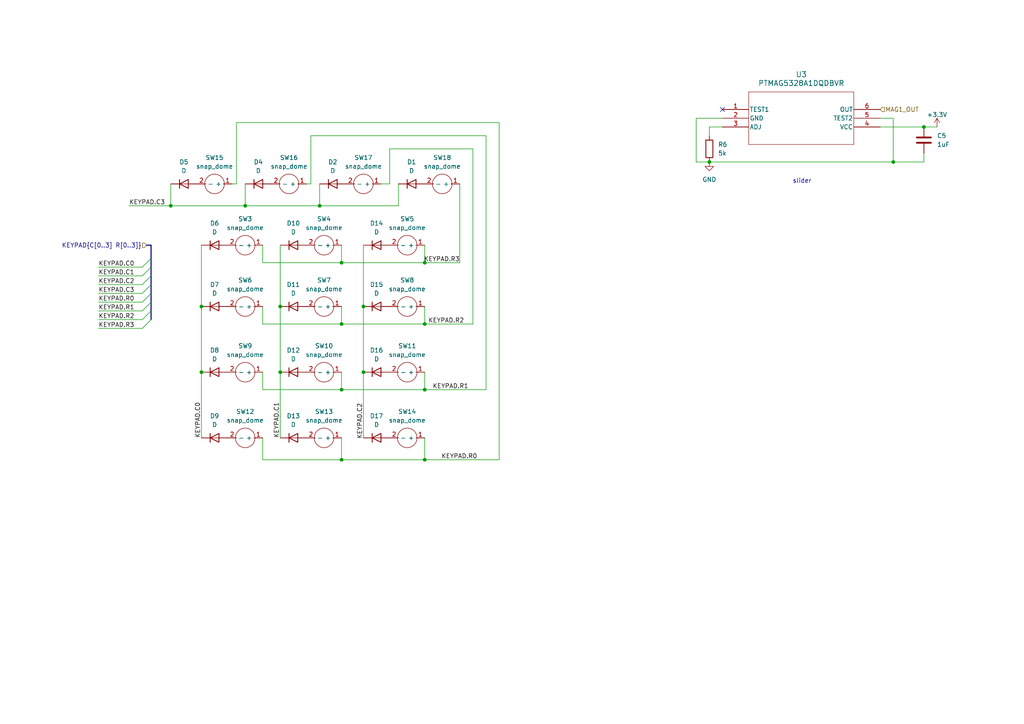
<source format=kicad_sch>
(kicad_sch (version 20230121) (generator eeschema)

  (uuid 1e91955f-e77f-412f-bc2b-da5f3abae2bb)

  (paper "A4")

  (lib_symbols
    (symbol "Device:C" (pin_numbers hide) (pin_names (offset 0.254)) (in_bom yes) (on_board yes)
      (property "Reference" "C" (at 0.635 2.54 0)
        (effects (font (size 1.27 1.27)) (justify left))
      )
      (property "Value" "C" (at 0.635 -2.54 0)
        (effects (font (size 1.27 1.27)) (justify left))
      )
      (property "Footprint" "" (at 0.9652 -3.81 0)
        (effects (font (size 1.27 1.27)) hide)
      )
      (property "Datasheet" "~" (at 0 0 0)
        (effects (font (size 1.27 1.27)) hide)
      )
      (property "ki_keywords" "cap capacitor" (at 0 0 0)
        (effects (font (size 1.27 1.27)) hide)
      )
      (property "ki_description" "Unpolarized capacitor" (at 0 0 0)
        (effects (font (size 1.27 1.27)) hide)
      )
      (property "ki_fp_filters" "C_*" (at 0 0 0)
        (effects (font (size 1.27 1.27)) hide)
      )
      (symbol "C_0_1"
        (polyline
          (pts
            (xy -2.032 -0.762)
            (xy 2.032 -0.762)
          )
          (stroke (width 0.508) (type default))
          (fill (type none))
        )
        (polyline
          (pts
            (xy -2.032 0.762)
            (xy 2.032 0.762)
          )
          (stroke (width 0.508) (type default))
          (fill (type none))
        )
      )
      (symbol "C_1_1"
        (pin passive line (at 0 3.81 270) (length 2.794)
          (name "~" (effects (font (size 1.27 1.27))))
          (number "1" (effects (font (size 1.27 1.27))))
        )
        (pin passive line (at 0 -3.81 90) (length 2.794)
          (name "~" (effects (font (size 1.27 1.27))))
          (number "2" (effects (font (size 1.27 1.27))))
        )
      )
    )
    (symbol "Device:D" (pin_numbers hide) (pin_names (offset 1.016) hide) (in_bom yes) (on_board yes)
      (property "Reference" "D" (at 0 2.54 0)
        (effects (font (size 1.27 1.27)))
      )
      (property "Value" "D" (at 0 -2.54 0)
        (effects (font (size 1.27 1.27)))
      )
      (property "Footprint" "" (at 0 0 0)
        (effects (font (size 1.27 1.27)) hide)
      )
      (property "Datasheet" "~" (at 0 0 0)
        (effects (font (size 1.27 1.27)) hide)
      )
      (property "Sim.Device" "D" (at 0 0 0)
        (effects (font (size 1.27 1.27)) hide)
      )
      (property "Sim.Pins" "1=K 2=A" (at 0 0 0)
        (effects (font (size 1.27 1.27)) hide)
      )
      (property "ki_keywords" "diode" (at 0 0 0)
        (effects (font (size 1.27 1.27)) hide)
      )
      (property "ki_description" "Diode" (at 0 0 0)
        (effects (font (size 1.27 1.27)) hide)
      )
      (property "ki_fp_filters" "TO-???* *_Diode_* *SingleDiode* D_*" (at 0 0 0)
        (effects (font (size 1.27 1.27)) hide)
      )
      (symbol "D_0_1"
        (polyline
          (pts
            (xy -1.27 1.27)
            (xy -1.27 -1.27)
          )
          (stroke (width 0.254) (type default))
          (fill (type none))
        )
        (polyline
          (pts
            (xy 1.27 0)
            (xy -1.27 0)
          )
          (stroke (width 0) (type default))
          (fill (type none))
        )
        (polyline
          (pts
            (xy 1.27 1.27)
            (xy 1.27 -1.27)
            (xy -1.27 0)
            (xy 1.27 1.27)
          )
          (stroke (width 0.254) (type default))
          (fill (type none))
        )
      )
      (symbol "D_1_1"
        (pin passive line (at -3.81 0 0) (length 2.54)
          (name "K" (effects (font (size 1.27 1.27))))
          (number "1" (effects (font (size 1.27 1.27))))
        )
        (pin passive line (at 3.81 0 180) (length 2.54)
          (name "A" (effects (font (size 1.27 1.27))))
          (number "2" (effects (font (size 1.27 1.27))))
        )
      )
    )
    (symbol "Device:R" (pin_numbers hide) (pin_names (offset 0)) (in_bom yes) (on_board yes)
      (property "Reference" "R" (at 2.032 0 90)
        (effects (font (size 1.27 1.27)))
      )
      (property "Value" "R" (at 0 0 90)
        (effects (font (size 1.27 1.27)))
      )
      (property "Footprint" "" (at -1.778 0 90)
        (effects (font (size 1.27 1.27)) hide)
      )
      (property "Datasheet" "~" (at 0 0 0)
        (effects (font (size 1.27 1.27)) hide)
      )
      (property "ki_keywords" "R res resistor" (at 0 0 0)
        (effects (font (size 1.27 1.27)) hide)
      )
      (property "ki_description" "Resistor" (at 0 0 0)
        (effects (font (size 1.27 1.27)) hide)
      )
      (property "ki_fp_filters" "R_*" (at 0 0 0)
        (effects (font (size 1.27 1.27)) hide)
      )
      (symbol "R_0_1"
        (rectangle (start -1.016 -2.54) (end 1.016 2.54)
          (stroke (width 0.254) (type default))
          (fill (type none))
        )
      )
      (symbol "R_1_1"
        (pin passive line (at 0 3.81 270) (length 1.27)
          (name "~" (effects (font (size 1.27 1.27))))
          (number "1" (effects (font (size 1.27 1.27))))
        )
        (pin passive line (at 0 -3.81 90) (length 1.27)
          (name "~" (effects (font (size 1.27 1.27))))
          (number "2" (effects (font (size 1.27 1.27))))
        )
      )
    )
    (symbol "TMAG5328A1:PTMAG5328A1DQDBVR" (pin_names (offset 0.254)) (in_bom yes) (on_board yes)
      (property "Reference" "U" (at 22.86 10.16 0)
        (effects (font (size 1.524 1.524)))
      )
      (property "Value" "PTMAG5328A1DQDBVR" (at 22.86 7.62 0)
        (effects (font (size 1.524 1.524)))
      )
      (property "Footprint" "footprints:SOT23_DBV_TEX-M" (at 0 0 0)
        (effects (font (size 1.27 1.27) italic) hide)
      )
      (property "Datasheet" "PTMAG5328A1DQDBVR" (at 0 0 0)
        (effects (font (size 1.27 1.27) italic) hide)
      )
      (property "ki_keywords" "PTMAG5328A1DQDBVR" (at 0 0 0)
        (effects (font (size 1.27 1.27)) hide)
      )
      (property "ki_fp_filters" "SOT23_DBV_TEX SOT23_DBV_TEX-M SOT23_DBV_TEX-L" (at 0 0 0)
        (effects (font (size 1.27 1.27)) hide)
      )
      (symbol "PTMAG5328A1DQDBVR_0_1"
        (polyline
          (pts
            (xy 7.62 -10.16)
            (xy 38.1 -10.16)
          )
          (stroke (width 0.127) (type default))
          (fill (type none))
        )
        (polyline
          (pts
            (xy 7.62 5.08)
            (xy 7.62 -10.16)
          )
          (stroke (width 0.127) (type default))
          (fill (type none))
        )
        (polyline
          (pts
            (xy 38.1 -10.16)
            (xy 38.1 5.08)
          )
          (stroke (width 0.127) (type default))
          (fill (type none))
        )
        (polyline
          (pts
            (xy 38.1 5.08)
            (xy 7.62 5.08)
          )
          (stroke (width 0.127) (type default))
          (fill (type none))
        )
        (pin bidirectional line (at 0 0 0) (length 7.62)
          (name "TEST1" (effects (font (size 1.27 1.27))))
          (number "1" (effects (font (size 1.27 1.27))))
        )
        (pin power_out line (at 0 -2.54 0) (length 7.62)
          (name "GND" (effects (font (size 1.27 1.27))))
          (number "2" (effects (font (size 1.27 1.27))))
        )
        (pin unspecified line (at 0 -5.08 0) (length 7.62)
          (name "ADJ" (effects (font (size 1.27 1.27))))
          (number "3" (effects (font (size 1.27 1.27))))
        )
        (pin power_in line (at 45.72 -5.08 180) (length 7.62)
          (name "VCC" (effects (font (size 1.27 1.27))))
          (number "4" (effects (font (size 1.27 1.27))))
        )
        (pin bidirectional line (at 45.72 -2.54 180) (length 7.62)
          (name "TEST2" (effects (font (size 1.27 1.27))))
          (number "5" (effects (font (size 1.27 1.27))))
        )
        (pin output line (at 45.72 0 180) (length 7.62)
          (name "OUT" (effects (font (size 1.27 1.27))))
          (number "6" (effects (font (size 1.27 1.27))))
        )
      )
    )
    (symbol "power:+3.3V" (power) (pin_names (offset 0)) (in_bom yes) (on_board yes)
      (property "Reference" "#PWR" (at 0 -3.81 0)
        (effects (font (size 1.27 1.27)) hide)
      )
      (property "Value" "+3.3V" (at 0 3.556 0)
        (effects (font (size 1.27 1.27)))
      )
      (property "Footprint" "" (at 0 0 0)
        (effects (font (size 1.27 1.27)) hide)
      )
      (property "Datasheet" "" (at 0 0 0)
        (effects (font (size 1.27 1.27)) hide)
      )
      (property "ki_keywords" "global power" (at 0 0 0)
        (effects (font (size 1.27 1.27)) hide)
      )
      (property "ki_description" "Power symbol creates a global label with name \"+3.3V\"" (at 0 0 0)
        (effects (font (size 1.27 1.27)) hide)
      )
      (symbol "+3.3V_0_1"
        (polyline
          (pts
            (xy -0.762 1.27)
            (xy 0 2.54)
          )
          (stroke (width 0) (type default))
          (fill (type none))
        )
        (polyline
          (pts
            (xy 0 0)
            (xy 0 2.54)
          )
          (stroke (width 0) (type default))
          (fill (type none))
        )
        (polyline
          (pts
            (xy 0 2.54)
            (xy 0.762 1.27)
          )
          (stroke (width 0) (type default))
          (fill (type none))
        )
      )
      (symbol "+3.3V_1_1"
        (pin power_in line (at 0 0 90) (length 0) hide
          (name "+3.3V" (effects (font (size 1.27 1.27))))
          (number "1" (effects (font (size 1.27 1.27))))
        )
      )
    )
    (symbol "power:GND" (power) (pin_names (offset 0)) (in_bom yes) (on_board yes)
      (property "Reference" "#PWR" (at 0 -6.35 0)
        (effects (font (size 1.27 1.27)) hide)
      )
      (property "Value" "GND" (at 0 -3.81 0)
        (effects (font (size 1.27 1.27)))
      )
      (property "Footprint" "" (at 0 0 0)
        (effects (font (size 1.27 1.27)) hide)
      )
      (property "Datasheet" "" (at 0 0 0)
        (effects (font (size 1.27 1.27)) hide)
      )
      (property "ki_keywords" "global power" (at 0 0 0)
        (effects (font (size 1.27 1.27)) hide)
      )
      (property "ki_description" "Power symbol creates a global label with name \"GND\" , ground" (at 0 0 0)
        (effects (font (size 1.27 1.27)) hide)
      )
      (symbol "GND_0_1"
        (polyline
          (pts
            (xy 0 0)
            (xy 0 -1.27)
            (xy 1.27 -1.27)
            (xy 0 -2.54)
            (xy -1.27 -1.27)
            (xy 0 -1.27)
          )
          (stroke (width 0) (type default))
          (fill (type none))
        )
      )
      (symbol "GND_1_1"
        (pin power_in line (at 0 0 270) (length 0) hide
          (name "GND" (effects (font (size 1.27 1.27))))
          (number "1" (effects (font (size 1.27 1.27))))
        )
      )
    )
    (symbol "snap dome:snap_dome" (in_bom yes) (on_board yes)
      (property "Reference" "SW" (at 0 -6.35 0)
        (effects (font (size 1.27 1.27)))
      )
      (property "Value" "snap_dome" (at 0 -3.81 0)
        (effects (font (size 1.27 1.27)))
      )
      (property "Footprint" "snap dome:snap dome" (at 0 -5.08 0)
        (effects (font (size 1.27 1.27)) hide)
      )
      (property "Datasheet" "" (at 0 -5.08 0)
        (effects (font (size 1.27 1.27)) hide)
      )
      (symbol "snap_dome_0_1"
        (circle (center 0 0) (radius 2.8398)
          (stroke (width 0) (type default))
          (fill (type none))
        )
      )
      (symbol "snap_dome_1_1"
        (pin output line (at 5.08 0 180) (length 2.54)
          (name "+" (effects (font (size 1.27 1.27))))
          (number "1" (effects (font (size 1.27 1.27))))
        )
        (pin output line (at -5.08 0 0) (length 2.54)
          (name "-" (effects (font (size 1.27 1.27))))
          (number "2" (effects (font (size 1.27 1.27))))
        )
      )
    )
  )

  (junction (at 58.42 107.95) (diameter 0) (color 0 0 0 0)
    (uuid 0becb768-3a55-4c31-a2f0-713c87de5957)
  )
  (junction (at 58.42 88.9) (diameter 0) (color 0 0 0 0)
    (uuid 0e818491-86dd-4479-9cce-66efc35c7eeb)
  )
  (junction (at 81.28 107.95) (diameter 0) (color 0 0 0 0)
    (uuid 20e3345d-1ad0-46c7-bded-2fb6165c995c)
  )
  (junction (at 71.12 59.69) (diameter 0) (color 0 0 0 0)
    (uuid 26624703-b010-4dd1-8e07-2222ee860451)
  )
  (junction (at 105.41 88.9) (diameter 0) (color 0 0 0 0)
    (uuid 305e40b7-959a-4097-8cef-b4a7bd8a2eb4)
  )
  (junction (at 81.28 88.9) (diameter 0) (color 0 0 0 0)
    (uuid 3274f8b5-d0b5-4233-98f7-6a74de70a603)
  )
  (junction (at 99.06 113.03) (diameter 0) (color 0 0 0 0)
    (uuid 40c18784-b57b-460f-a5ac-91681c13104d)
  )
  (junction (at 123.19 113.03) (diameter 0) (color 0 0 0 0)
    (uuid 4d3dca6e-5446-445c-94d3-a84612fed5f9)
  )
  (junction (at 123.19 76.2) (diameter 0) (color 0 0 0 0)
    (uuid 5f6cb8af-5efc-4e8d-846d-84d462f4e7c2)
  )
  (junction (at 99.06 133.35) (diameter 0) (color 0 0 0 0)
    (uuid 637c6c17-8974-4943-b779-e324a1e75786)
  )
  (junction (at 92.71 59.69) (diameter 0) (color 0 0 0 0)
    (uuid 70a38e78-e6f6-40bc-b4dc-65e797d12306)
  )
  (junction (at 259.08 46.99) (diameter 0) (color 0 0 0 0)
    (uuid 73b357ad-826d-48dc-879b-453f4e1da959)
  )
  (junction (at 99.06 93.98) (diameter 0) (color 0 0 0 0)
    (uuid 7fbee36c-3c8d-4f06-a6ed-1887a46c6733)
  )
  (junction (at 267.97 36.83) (diameter 0) (color 0 0 0 0)
    (uuid 8a230cfb-f9ca-42ea-ad7d-58aab56714a4)
  )
  (junction (at 205.74 46.99) (diameter 0) (color 0 0 0 0)
    (uuid 92ee08b0-fbfe-4dda-949c-0986bdd6a1aa)
  )
  (junction (at 105.41 107.95) (diameter 0) (color 0 0 0 0)
    (uuid 96e0ba50-0cb1-473f-8af9-6b36bf6d01f6)
  )
  (junction (at 123.19 133.35) (diameter 0) (color 0 0 0 0)
    (uuid cad5683d-809d-4134-8afb-6450a8c48ea5)
  )
  (junction (at 99.06 76.2) (diameter 0) (color 0 0 0 0)
    (uuid ddf39cde-5c11-44a4-ae59-78c6aee2db94)
  )
  (junction (at 49.53 59.69) (diameter 0) (color 0 0 0 0)
    (uuid e6641545-30b2-499e-a725-71828ec47ad3)
  )
  (junction (at 123.19 93.98) (diameter 0) (color 0 0 0 0)
    (uuid f29a8ec1-a43b-4e4c-bb52-43d54b09b0d7)
  )

  (no_connect (at 209.55 31.75) (uuid c37cc75f-26c2-482e-81b1-b423ee3ae5bd))

  (bus_entry (at 43.815 82.55) (size -2.54 2.54)
    (stroke (width 0) (type default))
    (uuid 47b3d1d4-910d-4076-ac41-9a86ee60228e)
  )
  (bus_entry (at 43.815 92.71) (size -2.54 2.54)
    (stroke (width 0) (type default))
    (uuid 657e20d8-e660-4b17-9052-2a2781004ddb)
  )
  (bus_entry (at 43.815 74.93) (size -2.54 2.54)
    (stroke (width 0) (type default))
    (uuid 85843198-12ec-4f5e-b763-bdd5d6e61ad3)
  )
  (bus_entry (at 43.815 80.01) (size -2.54 2.54)
    (stroke (width 0) (type default))
    (uuid 9e2fe34c-132d-4ed0-9116-bcc7bbd0b94e)
  )
  (bus_entry (at 43.815 77.47) (size -2.54 2.54)
    (stroke (width 0) (type default))
    (uuid 9f6f0146-123b-4593-ac03-0a7d80a2b4ae)
  )
  (bus_entry (at 43.815 90.17) (size -2.54 2.54)
    (stroke (width 0) (type default))
    (uuid aa72b04a-02f1-4cc7-bf00-7082ebd8088b)
  )
  (bus_entry (at 43.815 85.09) (size -2.54 2.54)
    (stroke (width 0) (type default))
    (uuid dd5e4b38-f117-4f2b-9efe-a0e2aca59a6b)
  )
  (bus_entry (at 43.815 87.63) (size -2.54 2.54)
    (stroke (width 0) (type default))
    (uuid fde54e03-3cb5-44e2-9094-2948a315e75a)
  )

  (wire (pts (xy 28.575 90.17) (xy 41.275 90.17))
    (stroke (width 0) (type default))
    (uuid 016b92ba-5c36-4e11-a379-cce6e65dba0f)
  )
  (wire (pts (xy 123.19 93.98) (xy 137.16 93.98))
    (stroke (width 0) (type default))
    (uuid 08012f0e-deeb-4eb4-8a82-76eda69026f0)
  )
  (wire (pts (xy 123.19 127) (xy 123.19 133.35))
    (stroke (width 0) (type default))
    (uuid 0c39e2b1-2722-4b76-b36b-cbcc873f3638)
  )
  (wire (pts (xy 133.35 53.34) (xy 133.35 76.2))
    (stroke (width 0) (type default))
    (uuid 15271021-5f90-4190-a61a-80afc2eb3442)
  )
  (bus (pts (xy 42.545 71.12) (xy 43.815 71.12))
    (stroke (width 0) (type default))
    (uuid 168a101d-8a59-48a7-aa1e-df82c2428028)
  )

  (wire (pts (xy 123.19 71.12) (xy 123.19 76.2))
    (stroke (width 0) (type default))
    (uuid 16bbea15-af1e-4b65-8c33-8d7ceb068a62)
  )
  (wire (pts (xy 28.575 82.55) (xy 41.275 82.55))
    (stroke (width 0) (type default))
    (uuid 18f3cd32-61de-4291-bf41-95a7e9231f3f)
  )
  (wire (pts (xy 71.12 59.69) (xy 92.71 59.69))
    (stroke (width 0) (type default))
    (uuid 19d5e5ec-5e11-4a94-823e-01a22ead635e)
  )
  (wire (pts (xy 205.74 46.99) (xy 259.08 46.99))
    (stroke (width 0) (type default))
    (uuid 277b737e-bb88-432f-9b4d-c7a83abd1104)
  )
  (wire (pts (xy 28.575 95.25) (xy 41.275 95.25))
    (stroke (width 0) (type default))
    (uuid 2bff7e6f-25a8-4355-9eaf-f9a16048b5ba)
  )
  (wire (pts (xy 209.55 36.83) (xy 205.74 36.83))
    (stroke (width 0) (type default))
    (uuid 2d7e5c43-aa36-4640-b10a-bbb43d1e02f1)
  )
  (bus (pts (xy 43.815 80.01) (xy 43.815 82.55))
    (stroke (width 0) (type default))
    (uuid 2e66f094-4128-467c-a0f5-1a53068760f2)
  )

  (wire (pts (xy 140.97 39.37) (xy 140.97 113.03))
    (stroke (width 0) (type default))
    (uuid 34a59083-1014-4d87-a7ee-e06d91d62a8a)
  )
  (wire (pts (xy 99.06 76.2) (xy 123.19 76.2))
    (stroke (width 0) (type default))
    (uuid 37b013b5-4aea-4769-b318-4c5e583aa68d)
  )
  (bus (pts (xy 43.815 82.55) (xy 43.815 85.09))
    (stroke (width 0) (type default))
    (uuid 395214d1-28c2-4526-881f-22be1d01346c)
  )

  (wire (pts (xy 92.71 59.69) (xy 115.57 59.69))
    (stroke (width 0) (type default))
    (uuid 3de61c48-9598-4bd7-b782-75dff3f9d866)
  )
  (wire (pts (xy 123.19 107.95) (xy 123.19 113.03))
    (stroke (width 0) (type default))
    (uuid 3f73bdb4-48fc-427f-ae7d-14b6f0f2e667)
  )
  (wire (pts (xy 259.08 34.29) (xy 259.08 46.99))
    (stroke (width 0) (type default))
    (uuid 44992ec9-a5e6-457f-b05f-dcbffe4c9633)
  )
  (bus (pts (xy 43.815 85.09) (xy 43.815 87.63))
    (stroke (width 0) (type default))
    (uuid 44bf58c5-fbf6-4cd1-9021-0139332d9bc4)
  )

  (wire (pts (xy 99.06 88.9) (xy 99.06 93.98))
    (stroke (width 0) (type default))
    (uuid 4bf889a7-cd82-4413-bf2a-cd57a01ec1f4)
  )
  (wire (pts (xy 123.19 76.2) (xy 133.35 76.2))
    (stroke (width 0) (type default))
    (uuid 4f319e88-9d70-490f-afae-5c87ed1f4596)
  )
  (wire (pts (xy 105.41 107.95) (xy 105.41 88.9))
    (stroke (width 0) (type default))
    (uuid 52f8e289-0ed6-448d-b240-904933e4e877)
  )
  (wire (pts (xy 255.27 34.29) (xy 259.08 34.29))
    (stroke (width 0) (type default))
    (uuid 57631c38-e59e-4956-aab3-5ee7347569a3)
  )
  (bus (pts (xy 43.815 71.12) (xy 43.815 74.93))
    (stroke (width 0) (type default))
    (uuid 584cec9b-e5a6-409e-bdac-e831fccd2ffc)
  )

  (wire (pts (xy 113.03 43.18) (xy 137.16 43.18))
    (stroke (width 0) (type default))
    (uuid 5caf8e73-6de5-4f4a-b687-af204f2b8210)
  )
  (wire (pts (xy 81.28 88.9) (xy 81.28 107.95))
    (stroke (width 0) (type default))
    (uuid 60bb6e02-edf3-4413-9a0a-3d4cc1e7db45)
  )
  (wire (pts (xy 28.575 77.47) (xy 41.275 77.47))
    (stroke (width 0) (type default))
    (uuid 65a2c2d5-fd73-4aa4-80f2-307cff798e6a)
  )
  (wire (pts (xy 110.49 53.34) (xy 113.03 53.34))
    (stroke (width 0) (type default))
    (uuid 6622360c-7a21-4d11-ac53-1c2c2dbf1fd0)
  )
  (wire (pts (xy 71.12 59.69) (xy 71.12 53.34))
    (stroke (width 0) (type default))
    (uuid 6c21aa5f-14f1-48e6-a66e-561a8c217619)
  )
  (wire (pts (xy 90.17 53.34) (xy 90.17 39.37))
    (stroke (width 0) (type default))
    (uuid 6d822a5b-c5f2-4637-a90d-49c22549eb46)
  )
  (wire (pts (xy 76.2 133.35) (xy 99.06 133.35))
    (stroke (width 0) (type default))
    (uuid 717f610c-ea6c-4797-bead-451d856441cb)
  )
  (wire (pts (xy 209.55 34.29) (xy 201.93 34.29))
    (stroke (width 0) (type default))
    (uuid 7502ab11-45e5-4ead-b91b-d58f74b54dfe)
  )
  (wire (pts (xy 105.41 107.95) (xy 105.41 127))
    (stroke (width 0) (type default))
    (uuid 799b9c00-0fd2-4714-a736-05441e1c0948)
  )
  (wire (pts (xy 76.2 88.9) (xy 76.2 93.98))
    (stroke (width 0) (type default))
    (uuid 84ab5934-3c70-419a-a0d4-fd9b2d965b63)
  )
  (wire (pts (xy 76.2 113.03) (xy 99.06 113.03))
    (stroke (width 0) (type default))
    (uuid 865de9a0-e128-48c6-bd80-c539a2c414d8)
  )
  (wire (pts (xy 76.2 93.98) (xy 99.06 93.98))
    (stroke (width 0) (type default))
    (uuid 8a4c53ac-fbea-4d63-95b3-53f01afa4b50)
  )
  (wire (pts (xy 68.58 35.56) (xy 144.78 35.56))
    (stroke (width 0) (type default))
    (uuid 8cf38132-01ef-4422-afaf-d68cedba2985)
  )
  (wire (pts (xy 267.97 44.45) (xy 267.97 46.99))
    (stroke (width 0) (type default))
    (uuid 8fe3f9a8-647d-47ad-a245-1c5d474ddde0)
  )
  (bus (pts (xy 43.815 90.17) (xy 43.815 92.71))
    (stroke (width 0) (type default))
    (uuid 906a5125-748a-43d2-8820-f6a44421bd6a)
  )

  (wire (pts (xy 76.2 76.2) (xy 99.06 76.2))
    (stroke (width 0) (type default))
    (uuid 9111d61d-b199-459e-afb7-152ea89569e9)
  )
  (wire (pts (xy 28.575 92.71) (xy 41.275 92.71))
    (stroke (width 0) (type default))
    (uuid 91392bbc-aa66-43fe-8761-1486c03a96a9)
  )
  (wire (pts (xy 58.42 107.95) (xy 58.42 127))
    (stroke (width 0) (type default))
    (uuid 96f9aa34-78fc-4259-b0b0-b42de79c4a90)
  )
  (wire (pts (xy 41.275 80.01) (xy 28.575 80.01))
    (stroke (width 0) (type default))
    (uuid 9980d71f-a4e5-4666-a8d2-0e0c0ee1cde6)
  )
  (wire (pts (xy 115.57 53.34) (xy 115.57 59.69))
    (stroke (width 0) (type default))
    (uuid 9b6f4cd0-4a5c-4174-b9b6-9bee1958817f)
  )
  (wire (pts (xy 28.575 85.09) (xy 41.275 85.09))
    (stroke (width 0) (type default))
    (uuid 9d0b9236-9b99-4fef-9495-b460e3aa5df0)
  )
  (wire (pts (xy 76.2 127) (xy 76.2 133.35))
    (stroke (width 0) (type default))
    (uuid a38d5c69-03ba-4681-8ddd-ca65154865ec)
  )
  (wire (pts (xy 68.58 53.34) (xy 68.58 35.56))
    (stroke (width 0) (type default))
    (uuid a3b99792-2897-45dc-a455-f912780ef698)
  )
  (wire (pts (xy 92.71 59.69) (xy 92.71 53.34))
    (stroke (width 0) (type default))
    (uuid a425cd08-cc3c-480c-9d41-0cd4fd8a608c)
  )
  (bus (pts (xy 43.815 74.93) (xy 43.815 77.47))
    (stroke (width 0) (type default))
    (uuid a42bdcb1-5a0c-4313-9560-4f45b9761fdb)
  )

  (wire (pts (xy 99.06 93.98) (xy 123.19 93.98))
    (stroke (width 0) (type default))
    (uuid a620513d-570e-440b-86be-3aa8e86a2d68)
  )
  (wire (pts (xy 49.53 59.69) (xy 49.53 53.34))
    (stroke (width 0) (type default))
    (uuid a6c0091b-de1c-4f6d-a8c5-fb8bf054bec9)
  )
  (wire (pts (xy 88.9 53.34) (xy 90.17 53.34))
    (stroke (width 0) (type default))
    (uuid a79936ac-c232-4aee-b08a-c2fbb15b75b7)
  )
  (wire (pts (xy 123.19 133.35) (xy 144.78 133.35))
    (stroke (width 0) (type default))
    (uuid ab33dc8b-3629-42c0-bce7-4785274143e9)
  )
  (wire (pts (xy 205.74 36.83) (xy 205.74 39.37))
    (stroke (width 0) (type default))
    (uuid ad768792-eb44-46db-8016-fecdba506d25)
  )
  (bus (pts (xy 43.815 77.47) (xy 43.815 80.01))
    (stroke (width 0) (type default))
    (uuid b11afd77-fd68-4ff0-b277-2741d625b86e)
  )

  (wire (pts (xy 90.17 39.37) (xy 140.97 39.37))
    (stroke (width 0) (type default))
    (uuid b3c0234a-ce1a-4d2a-8a95-7c09badda5b1)
  )
  (wire (pts (xy 28.575 87.63) (xy 41.275 87.63))
    (stroke (width 0) (type default))
    (uuid b8320587-2279-439c-8c70-b76317e23407)
  )
  (bus (pts (xy 43.815 87.63) (xy 43.815 90.17))
    (stroke (width 0) (type default))
    (uuid b92f9edf-d8e2-4421-9dcf-6115d2076f2a)
  )

  (wire (pts (xy 81.28 107.95) (xy 81.28 127))
    (stroke (width 0) (type default))
    (uuid babfc833-821e-436f-8db6-954f345943f3)
  )
  (wire (pts (xy 99.06 107.95) (xy 99.06 113.03))
    (stroke (width 0) (type default))
    (uuid bc25fead-6ce9-48f7-901d-eecc908d152e)
  )
  (wire (pts (xy 105.41 88.9) (xy 105.41 71.12))
    (stroke (width 0) (type default))
    (uuid bc2a1cde-6a50-4ac8-a94b-d275cb3c6105)
  )
  (wire (pts (xy 267.97 36.83) (xy 271.78 36.83))
    (stroke (width 0) (type default))
    (uuid bc5b4297-a8e1-4b21-bfc8-71bdcf883e1d)
  )
  (wire (pts (xy 137.16 43.18) (xy 137.16 93.98))
    (stroke (width 0) (type default))
    (uuid c2c26dce-7ae0-491f-9dc9-d693c1684687)
  )
  (wire (pts (xy 58.42 88.9) (xy 58.42 107.95))
    (stroke (width 0) (type default))
    (uuid c3be9376-a8de-486a-8b16-fdb447e2c457)
  )
  (wire (pts (xy 99.06 71.12) (xy 99.06 76.2))
    (stroke (width 0) (type default))
    (uuid c3dab394-5385-4577-ba46-3189f3504490)
  )
  (wire (pts (xy 99.06 133.35) (xy 123.19 133.35))
    (stroke (width 0) (type default))
    (uuid c53c2a2f-23e2-4a69-9b29-4f465d769c9d)
  )
  (wire (pts (xy 99.06 127) (xy 99.06 133.35))
    (stroke (width 0) (type default))
    (uuid c725238e-520e-4d65-81b8-81b892c27472)
  )
  (wire (pts (xy 267.97 46.99) (xy 259.08 46.99))
    (stroke (width 0) (type default))
    (uuid c90d6b3b-5d65-432c-941a-bce9f0031b9a)
  )
  (wire (pts (xy 255.27 36.83) (xy 267.97 36.83))
    (stroke (width 0) (type default))
    (uuid ca95a1ac-2b65-4734-9097-ed1b33902c93)
  )
  (wire (pts (xy 144.78 35.56) (xy 144.78 133.35))
    (stroke (width 0) (type default))
    (uuid cd646950-a456-4a24-80cc-de24e6693546)
  )
  (wire (pts (xy 99.06 113.03) (xy 123.19 113.03))
    (stroke (width 0) (type default))
    (uuid d28e2974-eb29-40bc-b17a-9d8216c791ad)
  )
  (wire (pts (xy 81.28 71.12) (xy 81.28 88.9))
    (stroke (width 0) (type default))
    (uuid d4b52acd-5cb3-42ba-b777-34041dfb51c0)
  )
  (wire (pts (xy 123.19 88.9) (xy 123.19 93.98))
    (stroke (width 0) (type default))
    (uuid d9c921f8-9ae3-45d4-a521-3bd5cb24f7c9)
  )
  (wire (pts (xy 201.93 34.29) (xy 201.93 46.99))
    (stroke (width 0) (type default))
    (uuid db53d07a-949f-4ba4-aed1-f89c9427bd73)
  )
  (wire (pts (xy 49.53 59.69) (xy 71.12 59.69))
    (stroke (width 0) (type default))
    (uuid dbb5e5b2-447e-4266-939b-6a33e600de85)
  )
  (wire (pts (xy 58.42 71.12) (xy 58.42 88.9))
    (stroke (width 0) (type default))
    (uuid e321ab0d-0348-4d5f-b173-ea9a8958b982)
  )
  (wire (pts (xy 123.19 113.03) (xy 140.97 113.03))
    (stroke (width 0) (type default))
    (uuid e788fcb0-d502-485e-a1c5-dc1b51fb523f)
  )
  (wire (pts (xy 113.03 53.34) (xy 113.03 43.18))
    (stroke (width 0) (type default))
    (uuid e96cd12d-ec43-45c4-b658-47a3ac70185b)
  )
  (wire (pts (xy 201.93 46.99) (xy 205.74 46.99))
    (stroke (width 0) (type default))
    (uuid ebb9175a-e7c6-4f2d-b9f9-8464e160d8c7)
  )
  (wire (pts (xy 37.465 59.69) (xy 49.53 59.69))
    (stroke (width 0) (type default))
    (uuid ed13b4cd-8a3e-41b2-b3c6-92b317505d56)
  )
  (wire (pts (xy 76.2 107.95) (xy 76.2 113.03))
    (stroke (width 0) (type default))
    (uuid edbcd486-6164-462d-8975-ed2e8d1c3681)
  )
  (wire (pts (xy 67.31 53.34) (xy 68.58 53.34))
    (stroke (width 0) (type default))
    (uuid f9dd8c09-06ed-476b-8cae-248b66b74af8)
  )
  (wire (pts (xy 76.2 71.12) (xy 76.2 76.2))
    (stroke (width 0) (type default))
    (uuid fd9c9c20-74d6-4da4-8068-5c5c345a0fbb)
  )

  (text "slider" (at 229.87 53.34 0)
    (effects (font (size 1.27 1.27)) (justify left bottom))
    (uuid 3fd9e4f5-77a0-4e92-997e-d99a77d228c7)
  )

  (label "KEYPAD.C1" (at 28.575 80.01 0) (fields_autoplaced)
    (effects (font (size 1.27 1.27)) (justify left bottom))
    (uuid 1b629703-cb19-403c-963a-85d159c766fa)
  )
  (label "KEYPAD.R1" (at 28.575 90.17 0) (fields_autoplaced)
    (effects (font (size 1.27 1.27)) (justify left bottom))
    (uuid 1f5353c2-5257-4cb6-a1af-8d880f8b882e)
  )
  (label "KEYPAD.R3" (at 133.35 76.2 180) (fields_autoplaced)
    (effects (font (size 1.27 1.27)) (justify right bottom))
    (uuid 24ac4f8f-23f6-49fb-9691-fae7bca61d9a)
  )
  (label "KEYPAD.R3" (at 28.575 95.25 0) (fields_autoplaced)
    (effects (font (size 1.27 1.27)) (justify left bottom))
    (uuid 2baa190e-724b-4d42-acf7-898be8eb36aa)
  )
  (label "KEYPAD.C0" (at 58.42 127 90) (fields_autoplaced)
    (effects (font (size 1.27 1.27)) (justify left bottom))
    (uuid 427cfa05-08a4-472d-837f-551197b9fd96)
  )
  (label "KEYPAD.C0" (at 28.575 77.47 0) (fields_autoplaced)
    (effects (font (size 1.27 1.27)) (justify left bottom))
    (uuid 4284ccb3-8b62-4e9b-8907-b459476d59ff)
  )
  (label "KEYPAD.C2" (at 28.575 82.55 0) (fields_autoplaced)
    (effects (font (size 1.27 1.27)) (justify left bottom))
    (uuid 43feba22-43d3-488a-91c4-f03051534a84)
  )
  (label "KEYPAD.R2" (at 28.575 92.71 0) (fields_autoplaced)
    (effects (font (size 1.27 1.27)) (justify left bottom))
    (uuid 5333c7c0-d91f-47ff-83d4-c97993e7a9d2)
  )
  (label "KEYPAD.R0" (at 138.43 133.35 180) (fields_autoplaced)
    (effects (font (size 1.27 1.27)) (justify right bottom))
    (uuid 6b6b9e8a-8234-4f92-b610-d5b47a929ce3)
  )
  (label "KEYPAD.C3" (at 28.575 85.09 0) (fields_autoplaced)
    (effects (font (size 1.27 1.27)) (justify left bottom))
    (uuid 7a3e4fbb-6fe8-42db-a33e-ab7e052f88fe)
  )
  (label "KEYPAD.C3" (at 37.465 59.69 0) (fields_autoplaced)
    (effects (font (size 1.27 1.27)) (justify left bottom))
    (uuid 7d562add-cda7-4667-991b-9750333c891f)
  )
  (label "KEYPAD.R0" (at 28.575 87.63 0) (fields_autoplaced)
    (effects (font (size 1.27 1.27)) (justify left bottom))
    (uuid 8948753b-8548-4c48-bc8b-a857fce50724)
  )
  (label "KEYPAD.R2" (at 134.62 93.98 180) (fields_autoplaced)
    (effects (font (size 1.27 1.27)) (justify right bottom))
    (uuid 96a21daf-ff89-4d29-b728-2b0030ccd732)
  )
  (label "KEYPAD.C2" (at 105.41 116.84 270) (fields_autoplaced)
    (effects (font (size 1.27 1.27)) (justify right bottom))
    (uuid a419b41c-7569-4124-9ddd-c404b135bbdb)
  )
  (label "KEYPAD.C1" (at 81.28 127 90) (fields_autoplaced)
    (effects (font (size 1.27 1.27)) (justify left bottom))
    (uuid cc2784e1-cc9d-414a-80b4-ea293b4697ad)
  )
  (label "KEYPAD.R1" (at 135.89 113.03 180) (fields_autoplaced)
    (effects (font (size 1.27 1.27)) (justify right bottom))
    (uuid f899b6a0-c104-4110-8fae-44fa1bca256b)
  )

  (hierarchical_label "KEYPAD{C[0..3] R[0..3]}" (shape input) (at 42.545 71.12 180) (fields_autoplaced)
    (effects (font (size 1.27 1.27)) (justify right))
    (uuid a82737e7-2eb1-4f75-8eab-b1248fb54ce3)
  )
  (hierarchical_label "MAG1_OUT" (shape input) (at 255.27 31.75 0) (fields_autoplaced)
    (effects (font (size 1.27 1.27)) (justify left))
    (uuid d21ac305-f3d3-4a6e-8e93-5a19dcd20ccf)
  )

  (symbol (lib_id "Device:D") (at 74.93 53.34 0) (unit 1)
    (in_bom yes) (on_board yes) (dnp no) (fields_autoplaced)
    (uuid 0b27c60f-3f51-4b35-a01b-fb271f8079ba)
    (property "Reference" "D4" (at 74.93 46.99 0)
      (effects (font (size 1.27 1.27)))
    )
    (property "Value" "D" (at 74.93 49.53 0)
      (effects (font (size 1.27 1.27)))
    )
    (property "Footprint" "Diode_SMD_AKL:D_MicroMELF_Handsoldering" (at 74.93 53.34 0)
      (effects (font (size 1.27 1.27)) hide)
    )
    (property "Datasheet" "~" (at 74.93 53.34 0)
      (effects (font (size 1.27 1.27)) hide)
    )
    (property "Sim.Device" "D" (at 74.93 53.34 0)
      (effects (font (size 1.27 1.27)) hide)
    )
    (property "Sim.Pins" "1=K 2=A" (at 74.93 53.34 0)
      (effects (font (size 1.27 1.27)) hide)
    )
    (pin "1" (uuid f452b220-260b-4ef7-81de-052378d1caa7))
    (pin "2" (uuid f97adcf4-ae38-4c25-8eff-9c463302aa0a))
    (instances
      (project "mvpUI"
        (path "/194f3002-cdfe-4c02-828d-0f9a04309e79/c29b8f0a-cc5e-41ba-af62-8e55b06c768b"
          (reference "D4") (unit 1)
        )
      )
    )
  )

  (symbol (lib_id "snap dome:snap_dome") (at 118.11 71.12 0) (unit 1)
    (in_bom yes) (on_board yes) (dnp no) (fields_autoplaced)
    (uuid 11ccd4b7-68ff-4578-bcf0-82887286b372)
    (property "Reference" "SW5" (at 118.11 63.5 0)
      (effects (font (size 1.27 1.27)))
    )
    (property "Value" "snap_dome" (at 118.11 66.04 0)
      (effects (font (size 1.27 1.27)))
    )
    (property "Footprint" "snap dome:snap dome_1" (at 118.11 76.2 0)
      (effects (font (size 1.27 1.27)) hide)
    )
    (property "Datasheet" "" (at 118.11 76.2 0)
      (effects (font (size 1.27 1.27)) hide)
    )
    (pin "1" (uuid e529586d-a87b-4c37-b853-0a231ce936df))
    (pin "2" (uuid 993e806b-ff17-4e58-8196-63e2c76210f6))
    (instances
      (project "mvpUI"
        (path "/194f3002-cdfe-4c02-828d-0f9a04309e79/c29b8f0a-cc5e-41ba-af62-8e55b06c768b"
          (reference "SW5") (unit 1)
        )
      )
    )
  )

  (symbol (lib_id "TMAG5328A1:PTMAG5328A1DQDBVR") (at 209.55 31.75 0) (unit 1)
    (in_bom yes) (on_board yes) (dnp no) (fields_autoplaced)
    (uuid 153415ca-9792-4def-93e1-673325859907)
    (property "Reference" "U3" (at 232.41 21.59 0)
      (effects (font (size 1.524 1.524)))
    )
    (property "Value" "PTMAG5328A1DQDBVR" (at 232.41 24.13 0)
      (effects (font (size 1.524 1.524)))
    )
    (property "Footprint" "footprints:SOT23_DBV_TEX-M" (at 209.55 31.75 0)
      (effects (font (size 1.27 1.27) italic) hide)
    )
    (property "Datasheet" "PTMAG5328A1DQDBVR" (at 209.55 31.75 0)
      (effects (font (size 1.27 1.27) italic) hide)
    )
    (pin "1" (uuid 08b6fd68-6f43-44e0-89a6-38dce3e84349))
    (pin "2" (uuid c2d08662-578d-490d-a55e-d5f7c94ae5f5))
    (pin "3" (uuid 6c4d9bf3-31cb-4186-906d-b83803689492))
    (pin "4" (uuid 8c29ade7-bd06-4949-9d45-82d0bca570a9))
    (pin "5" (uuid bec2f611-d27e-4416-8ca5-96433621b1a1))
    (pin "6" (uuid fdc371e6-166b-44fa-b31f-cccfba533853))
    (instances
      (project "mvpUI"
        (path "/194f3002-cdfe-4c02-828d-0f9a04309e79/c29b8f0a-cc5e-41ba-af62-8e55b06c768b"
          (reference "U3") (unit 1)
        )
      )
    )
  )

  (symbol (lib_id "snap dome:snap_dome") (at 128.27 53.34 0) (unit 1)
    (in_bom yes) (on_board yes) (dnp no) (fields_autoplaced)
    (uuid 1b86898a-8323-41d5-a64d-fbf730364850)
    (property "Reference" "SW18" (at 128.27 45.72 0)
      (effects (font (size 1.27 1.27)))
    )
    (property "Value" "snap_dome" (at 128.27 48.26 0)
      (effects (font (size 1.27 1.27)))
    )
    (property "Footprint" "snap dome:snap dome_1" (at 128.27 58.42 0)
      (effects (font (size 1.27 1.27)) hide)
    )
    (property "Datasheet" "" (at 128.27 58.42 0)
      (effects (font (size 1.27 1.27)) hide)
    )
    (pin "1" (uuid a6371d21-747f-44ed-abe1-04e27dbfdbc4))
    (pin "2" (uuid 669e1b66-18de-448e-b1e7-5730bafb23a2))
    (instances
      (project "mvpUI"
        (path "/194f3002-cdfe-4c02-828d-0f9a04309e79/c29b8f0a-cc5e-41ba-af62-8e55b06c768b"
          (reference "SW18") (unit 1)
        )
      )
    )
  )

  (symbol (lib_id "Device:D") (at 85.09 88.9 0) (unit 1)
    (in_bom yes) (on_board yes) (dnp no) (fields_autoplaced)
    (uuid 1ff1cb26-08bd-41dd-8683-1c0974c6a783)
    (property "Reference" "D11" (at 85.09 82.55 0)
      (effects (font (size 1.27 1.27)))
    )
    (property "Value" "D" (at 85.09 85.09 0)
      (effects (font (size 1.27 1.27)))
    )
    (property "Footprint" "Diode_SMD_AKL:D_MicroMELF_Handsoldering" (at 85.09 88.9 0)
      (effects (font (size 1.27 1.27)) hide)
    )
    (property "Datasheet" "~" (at 85.09 88.9 0)
      (effects (font (size 1.27 1.27)) hide)
    )
    (property "Sim.Device" "D" (at 85.09 88.9 0)
      (effects (font (size 1.27 1.27)) hide)
    )
    (property "Sim.Pins" "1=K 2=A" (at 85.09 88.9 0)
      (effects (font (size 1.27 1.27)) hide)
    )
    (pin "1" (uuid 727c4046-bda0-443f-b2b1-31409bd1b119))
    (pin "2" (uuid 0fe1128f-91b3-411c-b368-2420e4a8bb72))
    (instances
      (project "mvpUI"
        (path "/194f3002-cdfe-4c02-828d-0f9a04309e79/c29b8f0a-cc5e-41ba-af62-8e55b06c768b"
          (reference "D11") (unit 1)
        )
      )
    )
  )

  (symbol (lib_id "power:GND") (at 205.74 46.99 0) (unit 1)
    (in_bom yes) (on_board yes) (dnp no) (fields_autoplaced)
    (uuid 2782b51a-3516-4c13-907b-0a628c2101df)
    (property "Reference" "#PWR013" (at 205.74 53.34 0)
      (effects (font (size 1.27 1.27)) hide)
    )
    (property "Value" "GND" (at 205.74 52.07 0)
      (effects (font (size 1.27 1.27)))
    )
    (property "Footprint" "" (at 205.74 46.99 0)
      (effects (font (size 1.27 1.27)) hide)
    )
    (property "Datasheet" "" (at 205.74 46.99 0)
      (effects (font (size 1.27 1.27)) hide)
    )
    (pin "1" (uuid ea81f961-902e-4403-82a6-399bfc556848))
    (instances
      (project "mvpUI"
        (path "/194f3002-cdfe-4c02-828d-0f9a04309e79/c29b8f0a-cc5e-41ba-af62-8e55b06c768b"
          (reference "#PWR013") (unit 1)
        )
      )
    )
  )

  (symbol (lib_id "snap dome:snap_dome") (at 93.98 88.9 0) (unit 1)
    (in_bom yes) (on_board yes) (dnp no) (fields_autoplaced)
    (uuid 2e7d3907-101e-46c8-aa13-5095c44765ae)
    (property "Reference" "SW7" (at 93.98 81.28 0)
      (effects (font (size 1.27 1.27)))
    )
    (property "Value" "snap_dome" (at 93.98 83.82 0)
      (effects (font (size 1.27 1.27)))
    )
    (property "Footprint" "snap dome:snap dome_2" (at 93.98 93.98 0)
      (effects (font (size 1.27 1.27)) hide)
    )
    (property "Datasheet" "" (at 93.98 93.98 0)
      (effects (font (size 1.27 1.27)) hide)
    )
    (pin "1" (uuid 4509a79b-6761-4491-8e50-682328cb6440))
    (pin "2" (uuid a2ec57f0-47f9-43f4-99b3-d9c954fce1a7))
    (instances
      (project "mvpUI"
        (path "/194f3002-cdfe-4c02-828d-0f9a04309e79/c29b8f0a-cc5e-41ba-af62-8e55b06c768b"
          (reference "SW7") (unit 1)
        )
      )
    )
  )

  (symbol (lib_id "Device:D") (at 109.22 107.95 0) (unit 1)
    (in_bom yes) (on_board yes) (dnp no) (fields_autoplaced)
    (uuid 44d7fb83-cbbf-4900-a653-92572e52f870)
    (property "Reference" "D16" (at 109.22 101.6 0)
      (effects (font (size 1.27 1.27)))
    )
    (property "Value" "D" (at 109.22 104.14 0)
      (effects (font (size 1.27 1.27)))
    )
    (property "Footprint" "Diode_SMD_AKL:D_MicroMELF_Handsoldering" (at 109.22 107.95 0)
      (effects (font (size 1.27 1.27)) hide)
    )
    (property "Datasheet" "~" (at 109.22 107.95 0)
      (effects (font (size 1.27 1.27)) hide)
    )
    (property "Sim.Device" "D" (at 109.22 107.95 0)
      (effects (font (size 1.27 1.27)) hide)
    )
    (property "Sim.Pins" "1=K 2=A" (at 109.22 107.95 0)
      (effects (font (size 1.27 1.27)) hide)
    )
    (pin "1" (uuid 455dc3a5-82a5-4276-a6d7-341aa6b58168))
    (pin "2" (uuid 641c323a-372a-463d-a0bc-66a9ec527649))
    (instances
      (project "mvpUI"
        (path "/194f3002-cdfe-4c02-828d-0f9a04309e79/c29b8f0a-cc5e-41ba-af62-8e55b06c768b"
          (reference "D16") (unit 1)
        )
      )
    )
  )

  (symbol (lib_id "Device:C") (at 267.97 40.64 0) (unit 1)
    (in_bom yes) (on_board yes) (dnp no) (fields_autoplaced)
    (uuid 4641eb98-340b-4497-bbec-432164b9c5ec)
    (property "Reference" "C5" (at 271.78 39.37 0)
      (effects (font (size 1.27 1.27)) (justify left))
    )
    (property "Value" "1uF" (at 271.78 41.91 0)
      (effects (font (size 1.27 1.27)) (justify left))
    )
    (property "Footprint" "Capacitor_SMD_US_Handsoldering_AKL:C_0603_1608Metric" (at 268.9352 44.45 0)
      (effects (font (size 1.27 1.27)) hide)
    )
    (property "Datasheet" "~" (at 267.97 40.64 0)
      (effects (font (size 1.27 1.27)) hide)
    )
    (pin "1" (uuid 208b59a5-d4d7-41d5-a1c7-06d36f3bbf0c))
    (pin "2" (uuid 972edf60-b947-4d3f-8126-d87ff9b713b7))
    (instances
      (project "mvpUI"
        (path "/194f3002-cdfe-4c02-828d-0f9a04309e79/c29b8f0a-cc5e-41ba-af62-8e55b06c768b"
          (reference "C5") (unit 1)
        )
      )
    )
  )

  (symbol (lib_id "snap dome:snap_dome") (at 93.98 107.95 0) (unit 1)
    (in_bom yes) (on_board yes) (dnp no) (fields_autoplaced)
    (uuid 467d9284-3824-451e-9a97-437efb80d404)
    (property "Reference" "SW10" (at 93.98 100.33 0)
      (effects (font (size 1.27 1.27)))
    )
    (property "Value" "snap_dome" (at 93.98 102.87 0)
      (effects (font (size 1.27 1.27)))
    )
    (property "Footprint" "snap dome:snap dome_2" (at 93.98 113.03 0)
      (effects (font (size 1.27 1.27)) hide)
    )
    (property "Datasheet" "" (at 93.98 113.03 0)
      (effects (font (size 1.27 1.27)) hide)
    )
    (pin "1" (uuid 43399df4-1518-4a89-b63f-f17c125119a4))
    (pin "2" (uuid 58d4e8f5-0db5-4956-849f-02efe7b13ffc))
    (instances
      (project "mvpUI"
        (path "/194f3002-cdfe-4c02-828d-0f9a04309e79/c29b8f0a-cc5e-41ba-af62-8e55b06c768b"
          (reference "SW10") (unit 1)
        )
      )
    )
  )

  (symbol (lib_id "Device:D") (at 109.22 71.12 0) (unit 1)
    (in_bom yes) (on_board yes) (dnp no) (fields_autoplaced)
    (uuid 4a2a4be9-e42d-49d6-9637-7894a2f6fb52)
    (property "Reference" "D14" (at 109.22 64.77 0)
      (effects (font (size 1.27 1.27)))
    )
    (property "Value" "D" (at 109.22 67.31 0)
      (effects (font (size 1.27 1.27)))
    )
    (property "Footprint" "Diode_SMD_AKL:D_MicroMELF_Handsoldering" (at 109.22 71.12 0)
      (effects (font (size 1.27 1.27)) hide)
    )
    (property "Datasheet" "~" (at 109.22 71.12 0)
      (effects (font (size 1.27 1.27)) hide)
    )
    (property "Sim.Device" "D" (at 109.22 71.12 0)
      (effects (font (size 1.27 1.27)) hide)
    )
    (property "Sim.Pins" "1=K 2=A" (at 109.22 71.12 0)
      (effects (font (size 1.27 1.27)) hide)
    )
    (pin "1" (uuid ef129447-c5be-449a-80c1-f299128a5a82))
    (pin "2" (uuid 9802b276-bcf0-49e7-8961-6be36698236b))
    (instances
      (project "mvpUI"
        (path "/194f3002-cdfe-4c02-828d-0f9a04309e79/c29b8f0a-cc5e-41ba-af62-8e55b06c768b"
          (reference "D14") (unit 1)
        )
      )
    )
  )

  (symbol (lib_id "snap dome:snap_dome") (at 105.41 53.34 0) (unit 1)
    (in_bom yes) (on_board yes) (dnp no) (fields_autoplaced)
    (uuid 59137d0d-7aee-44cf-9b4b-78d659af3751)
    (property "Reference" "SW17" (at 105.41 45.72 0)
      (effects (font (size 1.27 1.27)))
    )
    (property "Value" "snap_dome" (at 105.41 48.26 0)
      (effects (font (size 1.27 1.27)))
    )
    (property "Footprint" "snap dome:snap dome_1" (at 105.41 58.42 0)
      (effects (font (size 1.27 1.27)) hide)
    )
    (property "Datasheet" "" (at 105.41 58.42 0)
      (effects (font (size 1.27 1.27)) hide)
    )
    (pin "1" (uuid f90d7ee6-095a-41eb-9e8e-ad5f595377f3))
    (pin "2" (uuid 28f7a089-8bef-4a6b-a646-df57d90c1c56))
    (instances
      (project "mvpUI"
        (path "/194f3002-cdfe-4c02-828d-0f9a04309e79/c29b8f0a-cc5e-41ba-af62-8e55b06c768b"
          (reference "SW17") (unit 1)
        )
      )
    )
  )

  (symbol (lib_id "Device:D") (at 62.23 127 0) (unit 1)
    (in_bom yes) (on_board yes) (dnp no) (fields_autoplaced)
    (uuid 683e98dc-23ad-4f22-82bf-4e4975b195e0)
    (property "Reference" "D9" (at 62.23 120.65 0)
      (effects (font (size 1.27 1.27)))
    )
    (property "Value" "D" (at 62.23 123.19 0)
      (effects (font (size 1.27 1.27)))
    )
    (property "Footprint" "Diode_SMD_AKL:D_MicroMELF_Handsoldering" (at 62.23 127 0)
      (effects (font (size 1.27 1.27)) hide)
    )
    (property "Datasheet" "~" (at 62.23 127 0)
      (effects (font (size 1.27 1.27)) hide)
    )
    (property "Sim.Device" "D" (at 62.23 127 0)
      (effects (font (size 1.27 1.27)) hide)
    )
    (property "Sim.Pins" "1=K 2=A" (at 62.23 127 0)
      (effects (font (size 1.27 1.27)) hide)
    )
    (pin "1" (uuid 4cc11ad6-b425-4fda-a693-d1ce8b30dd6e))
    (pin "2" (uuid 08f4e715-a104-46ec-b7c6-8370299fe450))
    (instances
      (project "mvpUI"
        (path "/194f3002-cdfe-4c02-828d-0f9a04309e79/c29b8f0a-cc5e-41ba-af62-8e55b06c768b"
          (reference "D9") (unit 1)
        )
      )
    )
  )

  (symbol (lib_id "Device:D") (at 85.09 107.95 0) (unit 1)
    (in_bom yes) (on_board yes) (dnp no) (fields_autoplaced)
    (uuid 87bb2bf2-6b26-4a33-b003-163d4817db63)
    (property "Reference" "D12" (at 85.09 101.6 0)
      (effects (font (size 1.27 1.27)))
    )
    (property "Value" "D" (at 85.09 104.14 0)
      (effects (font (size 1.27 1.27)))
    )
    (property "Footprint" "Diode_SMD_AKL:D_MicroMELF_Handsoldering" (at 85.09 107.95 0)
      (effects (font (size 1.27 1.27)) hide)
    )
    (property "Datasheet" "~" (at 85.09 107.95 0)
      (effects (font (size 1.27 1.27)) hide)
    )
    (property "Sim.Device" "D" (at 85.09 107.95 0)
      (effects (font (size 1.27 1.27)) hide)
    )
    (property "Sim.Pins" "1=K 2=A" (at 85.09 107.95 0)
      (effects (font (size 1.27 1.27)) hide)
    )
    (pin "1" (uuid 871d0a19-794d-43ba-ac5b-d332112acb2b))
    (pin "2" (uuid f3b47152-aa38-43dd-a557-724d2d397543))
    (instances
      (project "mvpUI"
        (path "/194f3002-cdfe-4c02-828d-0f9a04309e79/c29b8f0a-cc5e-41ba-af62-8e55b06c768b"
          (reference "D12") (unit 1)
        )
      )
    )
  )

  (symbol (lib_id "power:+3.3V") (at 271.78 36.83 0) (unit 1)
    (in_bom yes) (on_board yes) (dnp no) (fields_autoplaced)
    (uuid 881e9a9d-659d-4a6a-be23-fb55dcd2d566)
    (property "Reference" "#PWR0107" (at 271.78 40.64 0)
      (effects (font (size 1.27 1.27)) hide)
    )
    (property "Value" "+3.3V" (at 271.78 33.274 0)
      (effects (font (size 1.27 1.27)))
    )
    (property "Footprint" "" (at 271.78 36.83 0)
      (effects (font (size 1.27 1.27)) hide)
    )
    (property "Datasheet" "" (at 271.78 36.83 0)
      (effects (font (size 1.27 1.27)) hide)
    )
    (pin "1" (uuid 4673e943-8620-4189-b10b-15c61eb8cb94))
    (instances
      (project "mvpUI"
        (path "/194f3002-cdfe-4c02-828d-0f9a04309e79/c29b8f0a-cc5e-41ba-af62-8e55b06c768b"
          (reference "#PWR0107") (unit 1)
        )
      )
    )
  )

  (symbol (lib_id "Device:D") (at 85.09 127 0) (unit 1)
    (in_bom yes) (on_board yes) (dnp no) (fields_autoplaced)
    (uuid 8d5789c7-2868-4e79-ba69-a1be54b82d4d)
    (property "Reference" "D13" (at 85.09 120.65 0)
      (effects (font (size 1.27 1.27)))
    )
    (property "Value" "D" (at 85.09 123.19 0)
      (effects (font (size 1.27 1.27)))
    )
    (property "Footprint" "Diode_SMD_AKL:D_MicroMELF_Handsoldering" (at 85.09 127 0)
      (effects (font (size 1.27 1.27)) hide)
    )
    (property "Datasheet" "~" (at 85.09 127 0)
      (effects (font (size 1.27 1.27)) hide)
    )
    (property "Sim.Device" "D" (at 85.09 127 0)
      (effects (font (size 1.27 1.27)) hide)
    )
    (property "Sim.Pins" "1=K 2=A" (at 85.09 127 0)
      (effects (font (size 1.27 1.27)) hide)
    )
    (pin "1" (uuid bb832c19-a915-4f44-8823-84dda8fa9f9f))
    (pin "2" (uuid ed3fb7d4-a6b2-40fc-a2d3-5171d94dbaab))
    (instances
      (project "mvpUI"
        (path "/194f3002-cdfe-4c02-828d-0f9a04309e79/c29b8f0a-cc5e-41ba-af62-8e55b06c768b"
          (reference "D13") (unit 1)
        )
      )
    )
  )

  (symbol (lib_id "snap dome:snap_dome") (at 71.12 127 0) (unit 1)
    (in_bom yes) (on_board yes) (dnp no) (fields_autoplaced)
    (uuid 8eb7992a-269e-4009-902b-6f3610d100e3)
    (property "Reference" "SW12" (at 71.12 119.38 0)
      (effects (font (size 1.27 1.27)))
    )
    (property "Value" "snap_dome" (at 71.12 121.92 0)
      (effects (font (size 1.27 1.27)))
    )
    (property "Footprint" "snap dome:snap dome_2" (at 71.12 132.08 0)
      (effects (font (size 1.27 1.27)) hide)
    )
    (property "Datasheet" "" (at 71.12 132.08 0)
      (effects (font (size 1.27 1.27)) hide)
    )
    (pin "1" (uuid 59dac1e3-4afd-4edc-89d7-3dcfb2c7b676))
    (pin "2" (uuid f1236727-81d7-4bc4-9d15-6f7994318cf4))
    (instances
      (project "mvpUI"
        (path "/194f3002-cdfe-4c02-828d-0f9a04309e79/c29b8f0a-cc5e-41ba-af62-8e55b06c768b"
          (reference "SW12") (unit 1)
        )
      )
    )
  )

  (symbol (lib_id "snap dome:snap_dome") (at 62.23 53.34 0) (unit 1)
    (in_bom yes) (on_board yes) (dnp no) (fields_autoplaced)
    (uuid 907867d2-4f9c-4709-b828-a7782c417768)
    (property "Reference" "SW15" (at 62.23 45.72 0)
      (effects (font (size 1.27 1.27)))
    )
    (property "Value" "snap_dome" (at 62.23 48.26 0)
      (effects (font (size 1.27 1.27)))
    )
    (property "Footprint" "snap dome:snap dome_1" (at 62.23 58.42 0)
      (effects (font (size 1.27 1.27)) hide)
    )
    (property "Datasheet" "" (at 62.23 58.42 0)
      (effects (font (size 1.27 1.27)) hide)
    )
    (pin "1" (uuid ec505f43-5484-41bf-abef-283b28ef0938))
    (pin "2" (uuid 2fdc9446-7d65-4986-9ec0-9cc8842267f1))
    (instances
      (project "mvpUI"
        (path "/194f3002-cdfe-4c02-828d-0f9a04309e79/c29b8f0a-cc5e-41ba-af62-8e55b06c768b"
          (reference "SW15") (unit 1)
        )
      )
    )
  )

  (symbol (lib_id "Device:D") (at 53.34 53.34 0) (unit 1)
    (in_bom yes) (on_board yes) (dnp no) (fields_autoplaced)
    (uuid 9997d8cf-8b5d-4bf8-8507-f791cdadb053)
    (property "Reference" "D5" (at 53.34 46.99 0)
      (effects (font (size 1.27 1.27)))
    )
    (property "Value" "D" (at 53.34 49.53 0)
      (effects (font (size 1.27 1.27)))
    )
    (property "Footprint" "Diode_SMD_AKL:D_MicroMELF_Handsoldering" (at 53.34 53.34 0)
      (effects (font (size 1.27 1.27)) hide)
    )
    (property "Datasheet" "~" (at 53.34 53.34 0)
      (effects (font (size 1.27 1.27)) hide)
    )
    (property "Sim.Device" "D" (at 53.34 53.34 0)
      (effects (font (size 1.27 1.27)) hide)
    )
    (property "Sim.Pins" "1=K 2=A" (at 53.34 53.34 0)
      (effects (font (size 1.27 1.27)) hide)
    )
    (pin "1" (uuid cc0c1cf0-31e3-401d-8454-c995e84cfa39))
    (pin "2" (uuid 5c94aa61-7f7e-41a5-b8a2-3e5bf5e5e9bb))
    (instances
      (project "mvpUI"
        (path "/194f3002-cdfe-4c02-828d-0f9a04309e79/c29b8f0a-cc5e-41ba-af62-8e55b06c768b"
          (reference "D5") (unit 1)
        )
      )
    )
  )

  (symbol (lib_id "Device:D") (at 85.09 71.12 0) (unit 1)
    (in_bom yes) (on_board yes) (dnp no) (fields_autoplaced)
    (uuid 9a4f9936-2d25-4695-ae51-5c71b07c1028)
    (property "Reference" "D10" (at 85.09 64.77 0)
      (effects (font (size 1.27 1.27)))
    )
    (property "Value" "D" (at 85.09 67.31 0)
      (effects (font (size 1.27 1.27)))
    )
    (property "Footprint" "Diode_SMD_AKL:D_MicroMELF_Handsoldering" (at 85.09 71.12 0)
      (effects (font (size 1.27 1.27)) hide)
    )
    (property "Datasheet" "~" (at 85.09 71.12 0)
      (effects (font (size 1.27 1.27)) hide)
    )
    (property "Sim.Device" "D" (at 85.09 71.12 0)
      (effects (font (size 1.27 1.27)) hide)
    )
    (property "Sim.Pins" "1=K 2=A" (at 85.09 71.12 0)
      (effects (font (size 1.27 1.27)) hide)
    )
    (pin "1" (uuid 879ecde3-9e92-4ea0-94ea-2e0cf84dfca1))
    (pin "2" (uuid 4a611531-fa2a-4914-97d4-c518a43a6cb1))
    (instances
      (project "mvpUI"
        (path "/194f3002-cdfe-4c02-828d-0f9a04309e79/c29b8f0a-cc5e-41ba-af62-8e55b06c768b"
          (reference "D10") (unit 1)
        )
      )
    )
  )

  (symbol (lib_id "snap dome:snap_dome") (at 71.12 88.9 0) (unit 1)
    (in_bom yes) (on_board yes) (dnp no) (fields_autoplaced)
    (uuid 9e25d926-78e9-421c-a5af-c3c1c1541ed1)
    (property "Reference" "SW6" (at 71.12 81.28 0)
      (effects (font (size 1.27 1.27)))
    )
    (property "Value" "snap_dome" (at 71.12 83.82 0)
      (effects (font (size 1.27 1.27)))
    )
    (property "Footprint" "snap dome:snap dome_1" (at 71.12 93.98 0)
      (effects (font (size 1.27 1.27)) hide)
    )
    (property "Datasheet" "" (at 71.12 93.98 0)
      (effects (font (size 1.27 1.27)) hide)
    )
    (pin "1" (uuid 5505c288-a3bb-4dec-b9c8-9a8c6d17a7a1))
    (pin "2" (uuid 2ffbd269-b74d-4235-828c-33b52c006c0b))
    (instances
      (project "mvpUI"
        (path "/194f3002-cdfe-4c02-828d-0f9a04309e79/c29b8f0a-cc5e-41ba-af62-8e55b06c768b"
          (reference "SW6") (unit 1)
        )
      )
    )
  )

  (symbol (lib_id "snap dome:snap_dome") (at 71.12 107.95 0) (unit 1)
    (in_bom yes) (on_board yes) (dnp no) (fields_autoplaced)
    (uuid 9ecff0b5-3cb3-4bdb-aaba-19cd85726556)
    (property "Reference" "SW9" (at 71.12 100.33 0)
      (effects (font (size 1.27 1.27)))
    )
    (property "Value" "snap_dome" (at 71.12 102.87 0)
      (effects (font (size 1.27 1.27)))
    )
    (property "Footprint" "snap dome:snap dome_1" (at 71.12 113.03 0)
      (effects (font (size 1.27 1.27)) hide)
    )
    (property "Datasheet" "" (at 71.12 113.03 0)
      (effects (font (size 1.27 1.27)) hide)
    )
    (pin "1" (uuid 5060ba4f-4ffe-4277-b40d-de9ba440fc67))
    (pin "2" (uuid 40e3876d-430e-4ddb-a92c-daa40f97a936))
    (instances
      (project "mvpUI"
        (path "/194f3002-cdfe-4c02-828d-0f9a04309e79/c29b8f0a-cc5e-41ba-af62-8e55b06c768b"
          (reference "SW9") (unit 1)
        )
      )
    )
  )

  (symbol (lib_id "Device:D") (at 109.22 88.9 0) (unit 1)
    (in_bom yes) (on_board yes) (dnp no) (fields_autoplaced)
    (uuid a1279aaa-1eeb-4d1d-bb3c-e504c046f879)
    (property "Reference" "D15" (at 109.22 82.55 0)
      (effects (font (size 1.27 1.27)))
    )
    (property "Value" "D" (at 109.22 85.09 0)
      (effects (font (size 1.27 1.27)))
    )
    (property "Footprint" "Diode_SMD_AKL:D_MicroMELF_Handsoldering" (at 109.22 88.9 0)
      (effects (font (size 1.27 1.27)) hide)
    )
    (property "Datasheet" "~" (at 109.22 88.9 0)
      (effects (font (size 1.27 1.27)) hide)
    )
    (property "Sim.Device" "D" (at 109.22 88.9 0)
      (effects (font (size 1.27 1.27)) hide)
    )
    (property "Sim.Pins" "1=K 2=A" (at 109.22 88.9 0)
      (effects (font (size 1.27 1.27)) hide)
    )
    (pin "1" (uuid d5dd5a6b-a1ec-4559-aab7-628e2c4ea53a))
    (pin "2" (uuid d8059be3-dea9-45f4-a49f-e443cf16ad2a))
    (instances
      (project "mvpUI"
        (path "/194f3002-cdfe-4c02-828d-0f9a04309e79/c29b8f0a-cc5e-41ba-af62-8e55b06c768b"
          (reference "D15") (unit 1)
        )
      )
    )
  )

  (symbol (lib_id "snap dome:snap_dome") (at 93.98 127 0) (unit 1)
    (in_bom yes) (on_board yes) (dnp no) (fields_autoplaced)
    (uuid aa69fba8-9571-4249-b26a-71875f75dcba)
    (property "Reference" "SW13" (at 93.98 119.38 0)
      (effects (font (size 1.27 1.27)))
    )
    (property "Value" "snap_dome" (at 93.98 121.92 0)
      (effects (font (size 1.27 1.27)))
    )
    (property "Footprint" "snap dome:snap dome_2" (at 93.98 132.08 0)
      (effects (font (size 1.27 1.27)) hide)
    )
    (property "Datasheet" "" (at 93.98 132.08 0)
      (effects (font (size 1.27 1.27)) hide)
    )
    (pin "1" (uuid c01f2802-1da1-4525-a9ba-1fe774543de6))
    (pin "2" (uuid 43a513e7-69e1-4518-b0f5-11259fbc2506))
    (instances
      (project "mvpUI"
        (path "/194f3002-cdfe-4c02-828d-0f9a04309e79/c29b8f0a-cc5e-41ba-af62-8e55b06c768b"
          (reference "SW13") (unit 1)
        )
      )
    )
  )

  (symbol (lib_id "Device:D") (at 109.22 127 0) (unit 1)
    (in_bom yes) (on_board yes) (dnp no) (fields_autoplaced)
    (uuid aba74a36-386e-4edc-bd41-37d037d72739)
    (property "Reference" "D17" (at 109.22 120.65 0)
      (effects (font (size 1.27 1.27)))
    )
    (property "Value" "D" (at 109.22 123.19 0)
      (effects (font (size 1.27 1.27)))
    )
    (property "Footprint" "Diode_SMD_AKL:D_MicroMELF_Handsoldering" (at 109.22 127 0)
      (effects (font (size 1.27 1.27)) hide)
    )
    (property "Datasheet" "~" (at 109.22 127 0)
      (effects (font (size 1.27 1.27)) hide)
    )
    (property "Sim.Device" "D" (at 109.22 127 0)
      (effects (font (size 1.27 1.27)) hide)
    )
    (property "Sim.Pins" "1=K 2=A" (at 109.22 127 0)
      (effects (font (size 1.27 1.27)) hide)
    )
    (pin "1" (uuid c5bb40a6-766d-4a39-a392-709216052f04))
    (pin "2" (uuid 3ac4e9ed-3301-472a-85f5-10ece2fed310))
    (instances
      (project "mvpUI"
        (path "/194f3002-cdfe-4c02-828d-0f9a04309e79/c29b8f0a-cc5e-41ba-af62-8e55b06c768b"
          (reference "D17") (unit 1)
        )
      )
    )
  )

  (symbol (lib_id "Device:D") (at 62.23 88.9 0) (unit 1)
    (in_bom yes) (on_board yes) (dnp no) (fields_autoplaced)
    (uuid ae41fef3-4595-49c4-8cb6-29b94aaca3aa)
    (property "Reference" "D7" (at 62.23 82.55 0)
      (effects (font (size 1.27 1.27)))
    )
    (property "Value" "D" (at 62.23 85.09 0)
      (effects (font (size 1.27 1.27)))
    )
    (property "Footprint" "Diode_SMD_AKL:D_MicroMELF_Handsoldering" (at 62.23 88.9 0)
      (effects (font (size 1.27 1.27)) hide)
    )
    (property "Datasheet" "~" (at 62.23 88.9 0)
      (effects (font (size 1.27 1.27)) hide)
    )
    (property "Sim.Device" "D" (at 62.23 88.9 0)
      (effects (font (size 1.27 1.27)) hide)
    )
    (property "Sim.Pins" "1=K 2=A" (at 62.23 88.9 0)
      (effects (font (size 1.27 1.27)) hide)
    )
    (pin "1" (uuid e2280b18-02ba-4ca2-b38a-f6df2ef957eb))
    (pin "2" (uuid 68e5fe0d-4606-4aee-a270-0b8839e6611e))
    (instances
      (project "mvpUI"
        (path "/194f3002-cdfe-4c02-828d-0f9a04309e79/c29b8f0a-cc5e-41ba-af62-8e55b06c768b"
          (reference "D7") (unit 1)
        )
      )
    )
  )

  (symbol (lib_id "Device:D") (at 62.23 107.95 0) (unit 1)
    (in_bom yes) (on_board yes) (dnp no) (fields_autoplaced)
    (uuid b09cc7ae-d7f3-4a94-9e5c-584e0a2c8134)
    (property "Reference" "D8" (at 62.23 101.6 0)
      (effects (font (size 1.27 1.27)))
    )
    (property "Value" "D" (at 62.23 104.14 0)
      (effects (font (size 1.27 1.27)))
    )
    (property "Footprint" "Diode_SMD_AKL:D_MicroMELF_Handsoldering" (at 62.23 107.95 0)
      (effects (font (size 1.27 1.27)) hide)
    )
    (property "Datasheet" "~" (at 62.23 107.95 0)
      (effects (font (size 1.27 1.27)) hide)
    )
    (property "Sim.Device" "D" (at 62.23 107.95 0)
      (effects (font (size 1.27 1.27)) hide)
    )
    (property "Sim.Pins" "1=K 2=A" (at 62.23 107.95 0)
      (effects (font (size 1.27 1.27)) hide)
    )
    (pin "1" (uuid 2b65e002-fb7e-46ec-94c1-f62cf1641e93))
    (pin "2" (uuid 31e9514b-1012-4ecb-89b9-2c50ead72ea2))
    (instances
      (project "mvpUI"
        (path "/194f3002-cdfe-4c02-828d-0f9a04309e79/c29b8f0a-cc5e-41ba-af62-8e55b06c768b"
          (reference "D8") (unit 1)
        )
      )
    )
  )

  (symbol (lib_id "snap dome:snap_dome") (at 118.11 88.9 0) (unit 1)
    (in_bom yes) (on_board yes) (dnp no) (fields_autoplaced)
    (uuid b20af515-0451-403e-ac6e-f8bbfaff9c8a)
    (property "Reference" "SW8" (at 118.11 81.28 0)
      (effects (font (size 1.27 1.27)))
    )
    (property "Value" "snap_dome" (at 118.11 83.82 0)
      (effects (font (size 1.27 1.27)))
    )
    (property "Footprint" "snap dome:snap dome_2" (at 118.11 93.98 0)
      (effects (font (size 1.27 1.27)) hide)
    )
    (property "Datasheet" "" (at 118.11 93.98 0)
      (effects (font (size 1.27 1.27)) hide)
    )
    (pin "1" (uuid b4419f5b-ad8d-4af8-afbe-f6221d499744))
    (pin "2" (uuid 0ed670d3-b400-4523-8fe9-21266a2ecabd))
    (instances
      (project "mvpUI"
        (path "/194f3002-cdfe-4c02-828d-0f9a04309e79/c29b8f0a-cc5e-41ba-af62-8e55b06c768b"
          (reference "SW8") (unit 1)
        )
      )
    )
  )

  (symbol (lib_id "snap dome:snap_dome") (at 118.11 107.95 0) (unit 1)
    (in_bom yes) (on_board yes) (dnp no) (fields_autoplaced)
    (uuid b9d6ba7f-7fca-47f2-8853-0ceaa314c5eb)
    (property "Reference" "SW11" (at 118.11 100.33 0)
      (effects (font (size 1.27 1.27)))
    )
    (property "Value" "snap_dome" (at 118.11 102.87 0)
      (effects (font (size 1.27 1.27)))
    )
    (property "Footprint" "snap dome:snap dome_2" (at 118.11 113.03 0)
      (effects (font (size 1.27 1.27)) hide)
    )
    (property "Datasheet" "" (at 118.11 113.03 0)
      (effects (font (size 1.27 1.27)) hide)
    )
    (pin "1" (uuid 9a85735b-cd7e-4023-bf63-c5de12db3b41))
    (pin "2" (uuid 9f4c7a61-9043-4c96-bda5-72b4b43ab5d2))
    (instances
      (project "mvpUI"
        (path "/194f3002-cdfe-4c02-828d-0f9a04309e79/c29b8f0a-cc5e-41ba-af62-8e55b06c768b"
          (reference "SW11") (unit 1)
        )
      )
    )
  )

  (symbol (lib_id "Device:D") (at 62.23 71.12 0) (unit 1)
    (in_bom yes) (on_board yes) (dnp no) (fields_autoplaced)
    (uuid c01ec6c6-5786-482c-aab7-f67552a724df)
    (property "Reference" "D6" (at 62.23 64.77 0)
      (effects (font (size 1.27 1.27)))
    )
    (property "Value" "D" (at 62.23 67.31 0)
      (effects (font (size 1.27 1.27)))
    )
    (property "Footprint" "Diode_SMD_AKL:D_MicroMELF_Handsoldering" (at 62.23 71.12 0)
      (effects (font (size 1.27 1.27)) hide)
    )
    (property "Datasheet" "~" (at 62.23 71.12 0)
      (effects (font (size 1.27 1.27)) hide)
    )
    (property "Sim.Device" "D" (at 62.23 71.12 0)
      (effects (font (size 1.27 1.27)) hide)
    )
    (property "Sim.Pins" "1=K 2=A" (at 62.23 71.12 0)
      (effects (font (size 1.27 1.27)) hide)
    )
    (pin "1" (uuid 67cd0d55-dd01-4cf0-8c20-24211cc41dc2))
    (pin "2" (uuid 3b7a2002-8537-4383-a4ad-1d55e6ba955b))
    (instances
      (project "mvpUI"
        (path "/194f3002-cdfe-4c02-828d-0f9a04309e79/c29b8f0a-cc5e-41ba-af62-8e55b06c768b"
          (reference "D6") (unit 1)
        )
      )
    )
  )

  (symbol (lib_id "snap dome:snap_dome") (at 118.11 127 0) (unit 1)
    (in_bom yes) (on_board yes) (dnp no) (fields_autoplaced)
    (uuid c620b9dc-755e-48fe-85ba-97a17bcfddf5)
    (property "Reference" "SW14" (at 118.11 119.38 0)
      (effects (font (size 1.27 1.27)))
    )
    (property "Value" "snap_dome" (at 118.11 121.92 0)
      (effects (font (size 1.27 1.27)))
    )
    (property "Footprint" "snap dome:snap dome_2" (at 118.11 132.08 0)
      (effects (font (size 1.27 1.27)) hide)
    )
    (property "Datasheet" "" (at 118.11 132.08 0)
      (effects (font (size 1.27 1.27)) hide)
    )
    (pin "1" (uuid 9786c795-6af9-4968-b431-c7f7c0cf1b9f))
    (pin "2" (uuid a566742d-8c8c-4b69-8a86-85d7e590b0dd))
    (instances
      (project "mvpUI"
        (path "/194f3002-cdfe-4c02-828d-0f9a04309e79/c29b8f0a-cc5e-41ba-af62-8e55b06c768b"
          (reference "SW14") (unit 1)
        )
      )
    )
  )

  (symbol (lib_id "snap dome:snap_dome") (at 83.82 53.34 0) (unit 1)
    (in_bom yes) (on_board yes) (dnp no) (fields_autoplaced)
    (uuid d4b2735d-e536-4864-9449-6878097829f6)
    (property "Reference" "SW16" (at 83.82 45.72 0)
      (effects (font (size 1.27 1.27)))
    )
    (property "Value" "snap_dome" (at 83.82 48.26 0)
      (effects (font (size 1.27 1.27)))
    )
    (property "Footprint" "snap dome:snap dome_1" (at 83.82 58.42 0)
      (effects (font (size 1.27 1.27)) hide)
    )
    (property "Datasheet" "" (at 83.82 58.42 0)
      (effects (font (size 1.27 1.27)) hide)
    )
    (pin "1" (uuid 1ca607df-8971-48df-aec7-fef966e02671))
    (pin "2" (uuid f1ffcc16-d355-45ca-b91c-f5d470254c0d))
    (instances
      (project "mvpUI"
        (path "/194f3002-cdfe-4c02-828d-0f9a04309e79/c29b8f0a-cc5e-41ba-af62-8e55b06c768b"
          (reference "SW16") (unit 1)
        )
      )
    )
  )

  (symbol (lib_id "snap dome:snap_dome") (at 93.98 71.12 0) (unit 1)
    (in_bom yes) (on_board yes) (dnp no) (fields_autoplaced)
    (uuid e3e92f71-1956-4858-b96a-a5360a58a3b1)
    (property "Reference" "SW4" (at 93.98 63.5 0)
      (effects (font (size 1.27 1.27)))
    )
    (property "Value" "snap_dome" (at 93.98 66.04 0)
      (effects (font (size 1.27 1.27)))
    )
    (property "Footprint" "snap dome:snap dome_1" (at 93.98 76.2 0)
      (effects (font (size 1.27 1.27)) hide)
    )
    (property "Datasheet" "" (at 93.98 76.2 0)
      (effects (font (size 1.27 1.27)) hide)
    )
    (pin "1" (uuid 8bd03f09-0dae-4d29-aec9-1bc1365fe000))
    (pin "2" (uuid 77459453-49dd-4d70-97c9-649f27e9b361))
    (instances
      (project "mvpUI"
        (path "/194f3002-cdfe-4c02-828d-0f9a04309e79/c29b8f0a-cc5e-41ba-af62-8e55b06c768b"
          (reference "SW4") (unit 1)
        )
      )
    )
  )

  (symbol (lib_id "Device:D") (at 119.38 53.34 0) (unit 1)
    (in_bom yes) (on_board yes) (dnp no) (fields_autoplaced)
    (uuid ec911686-91cf-48bb-8b14-aa794b3e55b2)
    (property "Reference" "D1" (at 119.38 46.99 0)
      (effects (font (size 1.27 1.27)))
    )
    (property "Value" "D" (at 119.38 49.53 0)
      (effects (font (size 1.27 1.27)))
    )
    (property "Footprint" "Diode_SMD_AKL:D_MicroMELF_Handsoldering" (at 119.38 53.34 0)
      (effects (font (size 1.27 1.27)) hide)
    )
    (property "Datasheet" "~" (at 119.38 53.34 0)
      (effects (font (size 1.27 1.27)) hide)
    )
    (property "Sim.Device" "D" (at 119.38 53.34 0)
      (effects (font (size 1.27 1.27)) hide)
    )
    (property "Sim.Pins" "1=K 2=A" (at 119.38 53.34 0)
      (effects (font (size 1.27 1.27)) hide)
    )
    (pin "1" (uuid e70c98c5-a224-46bc-9e26-70361272b410))
    (pin "2" (uuid ea6380b1-2612-434e-801a-151494363941))
    (instances
      (project "mvpUI"
        (path "/194f3002-cdfe-4c02-828d-0f9a04309e79/c29b8f0a-cc5e-41ba-af62-8e55b06c768b"
          (reference "D1") (unit 1)
        )
      )
    )
  )

  (symbol (lib_id "Device:R") (at 205.74 43.18 0) (unit 1)
    (in_bom yes) (on_board yes) (dnp no) (fields_autoplaced)
    (uuid ee509a77-cba7-4934-8804-9c8cd0a5c7eb)
    (property "Reference" "R6" (at 208.28 41.91 0)
      (effects (font (size 1.27 1.27)) (justify left))
    )
    (property "Value" "5k" (at 208.28 44.45 0)
      (effects (font (size 1.27 1.27)) (justify left))
    )
    (property "Footprint" "Resistor_SMD_AKL:R_0603_1608Metric_Pad1.05x0.95mm_HandSolder" (at 203.962 43.18 90)
      (effects (font (size 1.27 1.27)) hide)
    )
    (property "Datasheet" "~" (at 205.74 43.18 0)
      (effects (font (size 1.27 1.27)) hide)
    )
    (pin "1" (uuid 220ce2e1-ea7c-49ad-9c16-1d38d393ec63))
    (pin "2" (uuid 6c54b20f-5f36-4209-aeeb-06a4710efe58))
    (instances
      (project "mvpUI"
        (path "/194f3002-cdfe-4c02-828d-0f9a04309e79/c29b8f0a-cc5e-41ba-af62-8e55b06c768b"
          (reference "R6") (unit 1)
        )
      )
    )
  )

  (symbol (lib_id "Device:D") (at 96.52 53.34 0) (unit 1)
    (in_bom yes) (on_board yes) (dnp no) (fields_autoplaced)
    (uuid fdd9c720-7217-4ad6-b278-f688ff769374)
    (property "Reference" "D2" (at 96.52 46.99 0)
      (effects (font (size 1.27 1.27)))
    )
    (property "Value" "D" (at 96.52 49.53 0)
      (effects (font (size 1.27 1.27)))
    )
    (property "Footprint" "Diode_SMD_AKL:D_MicroMELF_Handsoldering" (at 96.52 53.34 0)
      (effects (font (size 1.27 1.27)) hide)
    )
    (property "Datasheet" "~" (at 96.52 53.34 0)
      (effects (font (size 1.27 1.27)) hide)
    )
    (property "Sim.Device" "D" (at 96.52 53.34 0)
      (effects (font (size 1.27 1.27)) hide)
    )
    (property "Sim.Pins" "1=K 2=A" (at 96.52 53.34 0)
      (effects (font (size 1.27 1.27)) hide)
    )
    (pin "1" (uuid 611fbb61-8363-4430-8128-7cef91e5bab0))
    (pin "2" (uuid ef84ef38-10da-4da1-9331-5f1cdc92946b))
    (instances
      (project "mvpUI"
        (path "/194f3002-cdfe-4c02-828d-0f9a04309e79/c29b8f0a-cc5e-41ba-af62-8e55b06c768b"
          (reference "D2") (unit 1)
        )
      )
    )
  )

  (symbol (lib_id "snap dome:snap_dome") (at 71.12 71.12 0) (unit 1)
    (in_bom yes) (on_board yes) (dnp no) (fields_autoplaced)
    (uuid fe8627ab-1ad9-4d18-9144-89bfd9fea4e1)
    (property "Reference" "SW3" (at 71.12 63.5 0)
      (effects (font (size 1.27 1.27)))
    )
    (property "Value" "snap_dome" (at 71.12 66.04 0)
      (effects (font (size 1.27 1.27)))
    )
    (property "Footprint" "snap dome:snap dome_1" (at 71.12 76.2 0)
      (effects (font (size 1.27 1.27)) hide)
    )
    (property "Datasheet" "" (at 71.12 76.2 0)
      (effects (font (size 1.27 1.27)) hide)
    )
    (pin "1" (uuid 53e4cf93-a17b-46e6-8c4d-91ca06972d00))
    (pin "2" (uuid d8c194ce-ae01-42ae-a314-a1b443d2eb3a))
    (instances
      (project "mvpUI"
        (path "/194f3002-cdfe-4c02-828d-0f9a04309e79/c29b8f0a-cc5e-41ba-af62-8e55b06c768b"
          (reference "SW3") (unit 1)
        )
      )
    )
  )
)

</source>
